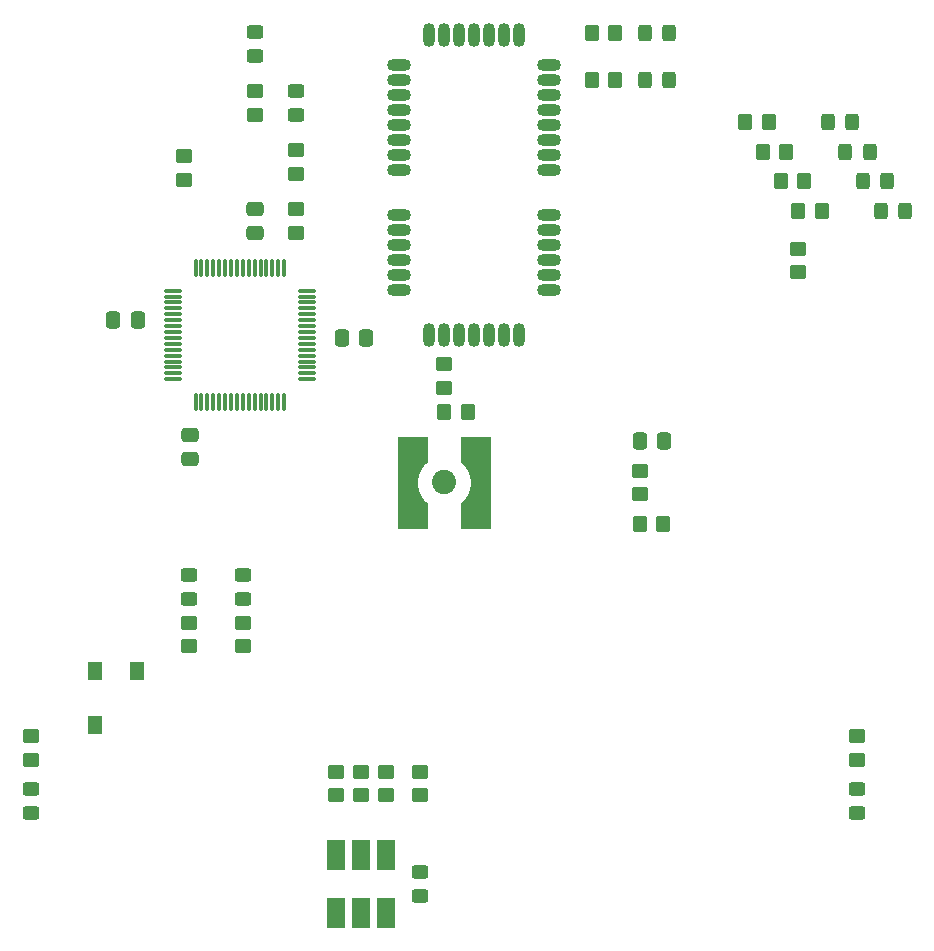
<source format=gbr>
%TF.GenerationSoftware,KiCad,Pcbnew,9.0.3*%
%TF.CreationDate,2025-08-31T18:15:22+02:00*%
%TF.ProjectId,TelemetryOnboard,54656c65-6d65-4747-9279-4f6e626f6172,v0.0.1*%
%TF.SameCoordinates,Original*%
%TF.FileFunction,Paste,Top*%
%TF.FilePolarity,Positive*%
%FSLAX46Y46*%
G04 Gerber Fmt 4.6, Leading zero omitted, Abs format (unit mm)*
G04 Created by KiCad (PCBNEW 9.0.3) date 2025-08-31 18:15:22*
%MOMM*%
%LPD*%
G01*
G04 APERTURE LIST*
G04 Aperture macros list*
%AMRoundRect*
0 Rectangle with rounded corners*
0 $1 Rounding radius*
0 $2 $3 $4 $5 $6 $7 $8 $9 X,Y pos of 4 corners*
0 Add a 4 corners polygon primitive as box body*
4,1,4,$2,$3,$4,$5,$6,$7,$8,$9,$2,$3,0*
0 Add four circle primitives for the rounded corners*
1,1,$1+$1,$2,$3*
1,1,$1+$1,$4,$5*
1,1,$1+$1,$6,$7*
1,1,$1+$1,$8,$9*
0 Add four rect primitives between the rounded corners*
20,1,$1+$1,$2,$3,$4,$5,0*
20,1,$1+$1,$4,$5,$6,$7,0*
20,1,$1+$1,$6,$7,$8,$9,0*
20,1,$1+$1,$8,$9,$2,$3,0*%
G04 Aperture macros list end*
%ADD10C,0.010000*%
%ADD11RoundRect,0.250000X-0.337500X-0.475000X0.337500X-0.475000X0.337500X0.475000X-0.337500X0.475000X0*%
%ADD12RoundRect,0.250000X0.337500X0.475000X-0.337500X0.475000X-0.337500X-0.475000X0.337500X-0.475000X0*%
%ADD13RoundRect,0.250000X-0.450000X0.350000X-0.450000X-0.350000X0.450000X-0.350000X0.450000X0.350000X0*%
%ADD14RoundRect,0.250000X0.450000X-0.325000X0.450000X0.325000X-0.450000X0.325000X-0.450000X-0.325000X0*%
%ADD15R,1.600000X2.600000*%
%ADD16RoundRect,0.250000X0.350000X0.450000X-0.350000X0.450000X-0.350000X-0.450000X0.350000X-0.450000X0*%
%ADD17RoundRect,0.250000X0.325000X0.450000X-0.325000X0.450000X-0.325000X-0.450000X0.325000X-0.450000X0*%
%ADD18RoundRect,0.250000X-0.475000X0.337500X-0.475000X-0.337500X0.475000X-0.337500X0.475000X0.337500X0*%
%ADD19RoundRect,0.075000X-0.075000X0.662500X-0.075000X-0.662500X0.075000X-0.662500X0.075000X0.662500X0*%
%ADD20RoundRect,0.075000X-0.662500X0.075000X-0.662500X-0.075000X0.662500X-0.075000X0.662500X0.075000X0*%
%ADD21RoundRect,0.250000X0.450000X-0.350000X0.450000X0.350000X-0.450000X0.350000X-0.450000X-0.350000X0*%
%ADD22R,1.300000X1.500000*%
%ADD23C,2.050000*%
%ADD24RoundRect,0.250000X-0.350000X-0.450000X0.350000X-0.450000X0.350000X0.450000X-0.350000X0.450000X0*%
%ADD25RoundRect,0.508000X-0.000010X0.508000X-0.000010X-0.508000X0.000010X-0.508000X0.000010X0.508000X0*%
%ADD26RoundRect,0.508000X0.000010X-0.508000X0.000010X0.508000X-0.000010X0.508000X-0.000010X-0.508000X0*%
%ADD27RoundRect,0.508000X-0.508000X-0.000010X0.508000X-0.000010X0.508000X0.000010X-0.508000X0.000010X0*%
%ADD28RoundRect,0.250000X0.475000X-0.337500X0.475000X0.337500X-0.475000X0.337500X-0.475000X-0.337500X0*%
G04 APERTURE END LIST*
D10*
%TO.C,J3*%
X-1440016Y1770060D02*
X-1503016Y1716060D01*
X-1553016Y1670060D01*
X-1601016Y1623060D01*
X-1648016Y1575060D01*
X-1694016Y1525060D01*
X-1738016Y1474060D01*
X-1780016Y1422060D01*
X-1821016Y1368060D01*
X-1861016Y1314060D01*
X-1899016Y1258060D01*
X-1935016Y1201060D01*
X-1970016Y1143060D01*
X-2002016Y1084060D01*
X-2033016Y1025060D01*
X-2063016Y964060D01*
X-2090016Y902060D01*
X-2116016Y840060D01*
X-2140016Y777060D01*
X-2162016Y713060D01*
X-2183016Y649060D01*
X-2201016Y584060D01*
X-2218016Y519060D01*
X-2232016Y453060D01*
X-2245016Y387060D01*
X-2256016Y320060D01*
X-2264016Y253060D01*
X-2271016Y186060D01*
X-2276016Y119060D01*
X-2279016Y52060D01*
X-2280016Y60D01*
X-2279016Y-51940D01*
X-2276016Y-118940D01*
X-2271016Y-185940D01*
X-2264016Y-252940D01*
X-2256016Y-319940D01*
X-2245016Y-386940D01*
X-2232016Y-452940D01*
X-2218016Y-518940D01*
X-2201016Y-583940D01*
X-2183016Y-648940D01*
X-2162016Y-712940D01*
X-2140016Y-776940D01*
X-2116016Y-839940D01*
X-2090016Y-901940D01*
X-2063016Y-963940D01*
X-2033016Y-1024940D01*
X-2002016Y-1083940D01*
X-1970016Y-1142940D01*
X-1935016Y-1200940D01*
X-1899016Y-1257940D01*
X-1861016Y-1313940D01*
X-1821016Y-1367940D01*
X-1780016Y-1421940D01*
X-1738016Y-1473940D01*
X-1694016Y-1524940D01*
X-1648016Y-1574940D01*
X-1601016Y-1622940D01*
X-1553016Y-1669940D01*
X-1503016Y-1715940D01*
X-1440016Y-1769940D01*
X-1440016Y-3879940D01*
X-3880016Y-3879940D01*
X-3880016Y3880060D01*
X-1440016Y3880060D01*
X-1440016Y1770060D01*
G36*
X-1440016Y1770060D02*
G01*
X-1503016Y1716060D01*
X-1553016Y1670060D01*
X-1601016Y1623060D01*
X-1648016Y1575060D01*
X-1694016Y1525060D01*
X-1738016Y1474060D01*
X-1780016Y1422060D01*
X-1821016Y1368060D01*
X-1861016Y1314060D01*
X-1899016Y1258060D01*
X-1935016Y1201060D01*
X-1970016Y1143060D01*
X-2002016Y1084060D01*
X-2033016Y1025060D01*
X-2063016Y964060D01*
X-2090016Y902060D01*
X-2116016Y840060D01*
X-2140016Y777060D01*
X-2162016Y713060D01*
X-2183016Y649060D01*
X-2201016Y584060D01*
X-2218016Y519060D01*
X-2232016Y453060D01*
X-2245016Y387060D01*
X-2256016Y320060D01*
X-2264016Y253060D01*
X-2271016Y186060D01*
X-2276016Y119060D01*
X-2279016Y52060D01*
X-2280016Y60D01*
X-2279016Y-51940D01*
X-2276016Y-118940D01*
X-2271016Y-185940D01*
X-2264016Y-252940D01*
X-2256016Y-319940D01*
X-2245016Y-386940D01*
X-2232016Y-452940D01*
X-2218016Y-518940D01*
X-2201016Y-583940D01*
X-2183016Y-648940D01*
X-2162016Y-712940D01*
X-2140016Y-776940D01*
X-2116016Y-839940D01*
X-2090016Y-901940D01*
X-2063016Y-963940D01*
X-2033016Y-1024940D01*
X-2002016Y-1083940D01*
X-1970016Y-1142940D01*
X-1935016Y-1200940D01*
X-1899016Y-1257940D01*
X-1861016Y-1313940D01*
X-1821016Y-1367940D01*
X-1780016Y-1421940D01*
X-1738016Y-1473940D01*
X-1694016Y-1524940D01*
X-1648016Y-1574940D01*
X-1601016Y-1622940D01*
X-1553016Y-1669940D01*
X-1503016Y-1715940D01*
X-1440016Y-1769940D01*
X-1440016Y-3879940D01*
X-3880016Y-3879940D01*
X-3880016Y3880060D01*
X-1440016Y3880060D01*
X-1440016Y1770060D01*
G37*
X3879984Y-3879940D02*
X1439984Y-3879940D01*
X1439984Y-1769940D01*
X1502984Y-1715940D01*
X1552984Y-1669940D01*
X1600984Y-1622940D01*
X1647984Y-1574940D01*
X1693984Y-1524940D01*
X1737984Y-1473940D01*
X1779984Y-1421940D01*
X1820984Y-1367940D01*
X1860984Y-1313940D01*
X1898984Y-1257940D01*
X1934984Y-1200940D01*
X1969984Y-1142940D01*
X2001984Y-1083940D01*
X2032984Y-1024940D01*
X2062984Y-963940D01*
X2089984Y-901940D01*
X2115984Y-839940D01*
X2139984Y-776940D01*
X2161984Y-712940D01*
X2182984Y-648940D01*
X2200984Y-583940D01*
X2217984Y-518940D01*
X2231984Y-452940D01*
X2244984Y-386940D01*
X2255984Y-319940D01*
X2263984Y-252940D01*
X2270984Y-185940D01*
X2275984Y-118940D01*
X2278984Y-51940D01*
X2279984Y60D01*
X2278984Y52060D01*
X2275984Y119060D01*
X2270984Y186060D01*
X2263984Y253060D01*
X2255984Y320060D01*
X2244984Y387060D01*
X2231984Y453060D01*
X2217984Y519060D01*
X2200984Y584060D01*
X2182984Y649060D01*
X2161984Y713060D01*
X2139984Y777060D01*
X2115984Y840060D01*
X2089984Y902060D01*
X2062984Y964060D01*
X2032984Y1025060D01*
X2001984Y1084060D01*
X1969984Y1143060D01*
X1934984Y1201060D01*
X1898984Y1258060D01*
X1860984Y1314060D01*
X1820984Y1368060D01*
X1779984Y1422060D01*
X1737984Y1474060D01*
X1693984Y1525060D01*
X1647984Y1575060D01*
X1600984Y1623060D01*
X1552984Y1670060D01*
X1502984Y1716060D01*
X1439984Y1770060D01*
X1439984Y3880060D01*
X3879984Y3880060D01*
X3879984Y-3879940D01*
G36*
X3879984Y-3879940D02*
G01*
X1439984Y-3879940D01*
X1439984Y-1769940D01*
X1502984Y-1715940D01*
X1552984Y-1669940D01*
X1600984Y-1622940D01*
X1647984Y-1574940D01*
X1693984Y-1524940D01*
X1737984Y-1473940D01*
X1779984Y-1421940D01*
X1820984Y-1367940D01*
X1860984Y-1313940D01*
X1898984Y-1257940D01*
X1934984Y-1200940D01*
X1969984Y-1142940D01*
X2001984Y-1083940D01*
X2032984Y-1024940D01*
X2062984Y-963940D01*
X2089984Y-901940D01*
X2115984Y-839940D01*
X2139984Y-776940D01*
X2161984Y-712940D01*
X2182984Y-648940D01*
X2200984Y-583940D01*
X2217984Y-518940D01*
X2231984Y-452940D01*
X2244984Y-386940D01*
X2255984Y-319940D01*
X2263984Y-252940D01*
X2270984Y-185940D01*
X2275984Y-118940D01*
X2278984Y-51940D01*
X2279984Y60D01*
X2278984Y52060D01*
X2275984Y119060D01*
X2270984Y186060D01*
X2263984Y253060D01*
X2255984Y320060D01*
X2244984Y387060D01*
X2231984Y453060D01*
X2217984Y519060D01*
X2200984Y584060D01*
X2182984Y649060D01*
X2161984Y713060D01*
X2139984Y777060D01*
X2115984Y840060D01*
X2089984Y902060D01*
X2062984Y964060D01*
X2032984Y1025060D01*
X2001984Y1084060D01*
X1969984Y1143060D01*
X1934984Y1201060D01*
X1898984Y1258060D01*
X1860984Y1314060D01*
X1820984Y1368060D01*
X1779984Y1422060D01*
X1737984Y1474060D01*
X1693984Y1525060D01*
X1647984Y1575060D01*
X1600984Y1623060D01*
X1552984Y1670060D01*
X1502984Y1716060D01*
X1439984Y1770060D01*
X1439984Y3880060D01*
X3879984Y3880060D01*
X3879984Y-3879940D01*
G37*
%TD*%
D11*
%TO.C,C5*%
X16579984Y3500060D03*
X18654984Y3500060D03*
%TD*%
D12*
%TO.C,C2*%
X-6575016Y12240060D03*
X-8650016Y12240060D03*
%TD*%
D13*
%TO.C,R15*%
X-21565016Y-11874940D03*
X-21565016Y-13874940D03*
%TD*%
D14*
%TO.C,D12*%
X-35000016Y-28024940D03*
X-35000016Y-25974940D03*
%TD*%
D13*
%TO.C,R1*%
X-2000016Y-24499940D03*
X-2000016Y-26499940D03*
%TD*%
D14*
%TO.C,D16*%
X-16985016Y-9899940D03*
X-16985016Y-7849940D03*
%TD*%
D15*
%TO.C,D2*%
X-4900016Y-31549940D03*
X-7000016Y-31549940D03*
X-9100016Y-31549940D03*
X-9100016Y-36449940D03*
X-7000016Y-36449940D03*
X-4900016Y-36449940D03*
%TD*%
D16*
%TO.C,R6*%
X28999984Y28000060D03*
X26999984Y28000060D03*
%TD*%
D13*
%TO.C,R20*%
X-22025016Y27652560D03*
X-22025016Y25652560D03*
%TD*%
%TO.C,R12*%
X-35000016Y-21499940D03*
X-35000016Y-23499940D03*
%TD*%
%TO.C,R2*%
X-4900016Y-24499940D03*
X-4900016Y-26499940D03*
%TD*%
D16*
%TO.C,R5*%
X27499984Y30500060D03*
X25499984Y30500060D03*
%TD*%
D17*
%TO.C,D6*%
X36049984Y28000060D03*
X33999984Y28000060D03*
%TD*%
D18*
%TO.C,C3*%
X-21500016Y4037560D03*
X-21500016Y1962560D03*
%TD*%
D13*
%TO.C,R11*%
X34999984Y-21499940D03*
X34999984Y-23499940D03*
%TD*%
D14*
%TO.C,D13*%
X-12525016Y31090060D03*
X-12525016Y33140060D03*
%TD*%
D17*
%TO.C,D10*%
X19049984Y34090060D03*
X16999984Y34090060D03*
%TD*%
D11*
%TO.C,C4*%
X-27975016Y13740060D03*
X-25900016Y13740060D03*
%TD*%
D19*
%TO.C,U1*%
X-13525016Y18152560D03*
X-14025016Y18152560D03*
X-14525016Y18152560D03*
X-15025016Y18152560D03*
X-15525016Y18152560D03*
X-16025016Y18152560D03*
X-16525016Y18152560D03*
X-17025016Y18152560D03*
X-17525016Y18152560D03*
X-18025016Y18152560D03*
X-18525016Y18152560D03*
X-19025016Y18152560D03*
X-19525016Y18152560D03*
X-20025016Y18152560D03*
X-20525016Y18152560D03*
X-21025016Y18152560D03*
D20*
X-22937516Y16240060D03*
X-22937516Y15740060D03*
X-22937516Y15240060D03*
X-22937516Y14740060D03*
X-22937516Y14240060D03*
X-22937516Y13740060D03*
X-22937516Y13240060D03*
X-22937516Y12740060D03*
X-22937516Y12240060D03*
X-22937516Y11740060D03*
X-22937516Y11240060D03*
X-22937516Y10740060D03*
X-22937516Y10240060D03*
X-22937516Y9740060D03*
X-22937516Y9240060D03*
X-22937516Y8740060D03*
D19*
X-21025016Y6827560D03*
X-20525016Y6827560D03*
X-20025016Y6827560D03*
X-19525016Y6827560D03*
X-19025016Y6827560D03*
X-18525016Y6827560D03*
X-18025016Y6827560D03*
X-17525016Y6827560D03*
X-17025016Y6827560D03*
X-16525016Y6827560D03*
X-16025016Y6827560D03*
X-15525016Y6827560D03*
X-15025016Y6827560D03*
X-14525016Y6827560D03*
X-14025016Y6827560D03*
X-13525016Y6827560D03*
D20*
X-11612516Y8740060D03*
X-11612516Y9240060D03*
X-11612516Y9740060D03*
X-11612516Y10240060D03*
X-11612516Y10740060D03*
X-11612516Y11240060D03*
X-11612516Y11740060D03*
X-11612516Y12240060D03*
X-11612516Y12740060D03*
X-11612516Y13240060D03*
X-11612516Y13740060D03*
X-11612516Y14240060D03*
X-11612516Y14740060D03*
X-11612516Y15240060D03*
X-11612516Y15740060D03*
X-11612516Y16240060D03*
%TD*%
D17*
%TO.C,D7*%
X37549984Y25500060D03*
X35499984Y25500060D03*
%TD*%
D16*
%TO.C,R18*%
X18579984Y-3499940D03*
X16579984Y-3499940D03*
%TD*%
%TO.C,R9*%
X14499984Y38040060D03*
X12499984Y38040060D03*
%TD*%
D14*
%TO.C,D15*%
X-21565016Y-9899940D03*
X-21565016Y-7849940D03*
%TD*%
D17*
%TO.C,D9*%
X19049984Y38040060D03*
X16999984Y38040060D03*
%TD*%
D13*
%TO.C,R3*%
X-7000016Y-24499940D03*
X-7000016Y-26499940D03*
%TD*%
D14*
%TO.C,D14*%
X-16025016Y36090060D03*
X-16025016Y38140060D03*
%TD*%
%TO.C,D11*%
X34999984Y-28024940D03*
X34999984Y-25974940D03*
%TD*%
D17*
%TO.C,D8*%
X39049984Y23000060D03*
X36999984Y23000060D03*
%TD*%
D21*
%TO.C,R21*%
X29974984Y17780060D03*
X29974984Y19780060D03*
%TD*%
%TO.C,R14*%
X-16025016Y31115060D03*
X-16025016Y33115060D03*
%TD*%
D13*
%TO.C,ZS1*%
X-16Y10000060D03*
X-16Y8000060D03*
%TD*%
D22*
%TO.C,LS1*%
X-26000000Y-16000000D03*
X-29500000Y-20500000D03*
X-29500000Y-16000000D03*
%TD*%
D16*
%TO.C,R7*%
X30499984Y25500060D03*
X28499984Y25500060D03*
%TD*%
%TO.C,R8*%
X31999984Y23000060D03*
X29999984Y23000060D03*
%TD*%
D21*
%TO.C,R16*%
X-16985016Y-13874940D03*
X-16985016Y-11874940D03*
%TD*%
D23*
%TO.C,J3*%
X-16Y60D03*
%TD*%
D13*
%TO.C,R4*%
X-9100016Y-24499940D03*
X-9100016Y-26499940D03*
%TD*%
D17*
%TO.C,D5*%
X34549984Y30500060D03*
X32499984Y30500060D03*
%TD*%
D16*
%TO.C,R10*%
X14499984Y34090060D03*
X12499984Y34090060D03*
%TD*%
D24*
%TO.C,ZP1*%
X-16Y6000060D03*
X1999984Y6000060D03*
%TD*%
D13*
%TO.C,R19*%
X-12525016Y23115060D03*
X-12525016Y21115060D03*
%TD*%
%TO.C,R13*%
X-12525016Y28115060D03*
X-12525016Y26115060D03*
%TD*%
D25*
%TO.C,U2*%
X6349984Y37900062D03*
X5079984Y37900062D03*
X3809984Y37900062D03*
X2539984Y37900062D03*
X1269984Y37900062D03*
X-16Y37900062D03*
X-1270016Y37900062D03*
D26*
X-1270016Y12500062D03*
X-16Y12500062D03*
X1269984Y12500062D03*
X2539984Y12500062D03*
X3809984Y12500062D03*
X5079984Y12500062D03*
X6349984Y12500062D03*
D27*
X-3810016Y35360062D03*
X-3810016Y34090062D03*
X-3810016Y32820062D03*
X-3800993Y31548107D03*
X-3810016Y30280062D03*
X-3810016Y29010062D03*
X-3810016Y27740062D03*
X-3810016Y26470062D03*
X8889984Y26470062D03*
X8889984Y27740062D03*
X8889984Y29010062D03*
X8889984Y30280062D03*
X8889984Y31550062D03*
X8889984Y32820062D03*
X8889984Y34090062D03*
X8889984Y35360062D03*
X8889984Y22660062D03*
X-3810016Y22660062D03*
X8889984Y21390062D03*
X-3810016Y21390062D03*
X8889984Y20120062D03*
X-3810016Y20120062D03*
X8889984Y18850062D03*
X-3810016Y18850062D03*
X8889984Y17580062D03*
X-3810016Y17580062D03*
X8889984Y16310062D03*
X-3810016Y16310062D03*
%TD*%
D28*
%TO.C,C1*%
X-16025016Y21115060D03*
X-16025016Y23190060D03*
%TD*%
D14*
%TO.C,D1*%
X-2000016Y-35024940D03*
X-2000016Y-32974940D03*
%TD*%
D13*
%TO.C,R17*%
X16579984Y1000060D03*
X16579984Y-999940D03*
%TD*%
M02*

</source>
